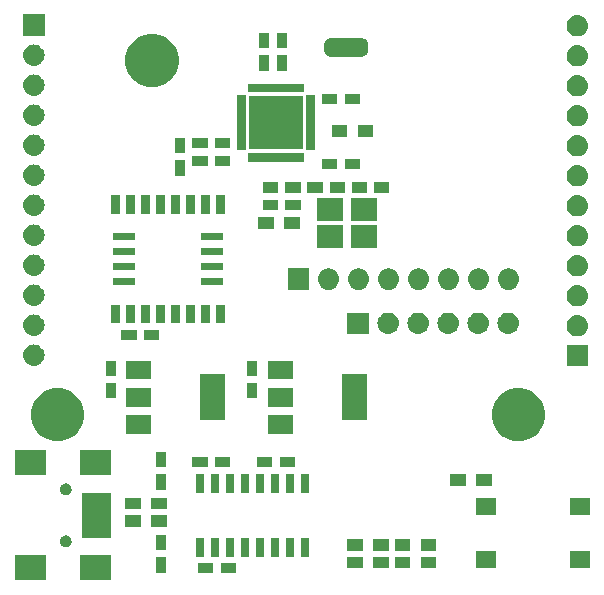
<source format=gbr>
G04 #@! TF.GenerationSoftware,KiCad,Pcbnew,5.1.2-f72e74a~84~ubuntu18.04.1*
G04 #@! TF.CreationDate,2019-07-30T17:12:06-04:00*
G04 #@! TF.ProjectId,fe310-dev,66653331-302d-4646-9576-2e6b69636164,rev?*
G04 #@! TF.SameCoordinates,Original*
G04 #@! TF.FileFunction,Soldermask,Top*
G04 #@! TF.FilePolarity,Negative*
%FSLAX46Y46*%
G04 Gerber Fmt 4.6, Leading zero omitted, Abs format (unit mm)*
G04 Created by KiCad (PCBNEW 5.1.2-f72e74a~84~ubuntu18.04.1) date 2019-07-30 17:12:06*
%MOMM*%
%LPD*%
G04 APERTURE LIST*
%ADD10C,0.100000*%
G04 APERTURE END LIST*
D10*
G36*
X28501000Y-64001000D02*
G01*
X25899000Y-64001000D01*
X25899000Y-61899000D01*
X28501000Y-61899000D01*
X28501000Y-64001000D01*
X28501000Y-64001000D01*
G37*
G36*
X23001000Y-64001000D02*
G01*
X20399000Y-64001000D01*
X20399000Y-61899000D01*
X23001000Y-61899000D01*
X23001000Y-64001000D01*
X23001000Y-64001000D01*
G37*
G36*
X37201000Y-63426000D02*
G01*
X35899000Y-63426000D01*
X35899000Y-62574000D01*
X37201000Y-62574000D01*
X37201000Y-63426000D01*
X37201000Y-63426000D01*
G37*
G36*
X39101000Y-63426000D02*
G01*
X37799000Y-63426000D01*
X37799000Y-62574000D01*
X39101000Y-62574000D01*
X39101000Y-63426000D01*
X39101000Y-63426000D01*
G37*
G36*
X33176000Y-63351000D02*
G01*
X32324000Y-63351000D01*
X32324000Y-62049000D01*
X33176000Y-62049000D01*
X33176000Y-63351000D01*
X33176000Y-63351000D01*
G37*
G36*
X52051000Y-63001000D02*
G01*
X50749000Y-63001000D01*
X50749000Y-61999000D01*
X52051000Y-61999000D01*
X52051000Y-63001000D01*
X52051000Y-63001000D01*
G37*
G36*
X49851000Y-63001000D02*
G01*
X48549000Y-63001000D01*
X48549000Y-61999000D01*
X49851000Y-61999000D01*
X49851000Y-63001000D01*
X49851000Y-63001000D01*
G37*
G36*
X53851000Y-63001000D02*
G01*
X52549000Y-63001000D01*
X52549000Y-61999000D01*
X53851000Y-61999000D01*
X53851000Y-63001000D01*
X53851000Y-63001000D01*
G37*
G36*
X56051000Y-63001000D02*
G01*
X54749000Y-63001000D01*
X54749000Y-61999000D01*
X56051000Y-61999000D01*
X56051000Y-63001000D01*
X56051000Y-63001000D01*
G37*
G36*
X69056000Y-62951000D02*
G01*
X67404000Y-62951000D01*
X67404000Y-61549000D01*
X69056000Y-61549000D01*
X69056000Y-62951000D01*
X69056000Y-62951000D01*
G37*
G36*
X61096000Y-62951000D02*
G01*
X59444000Y-62951000D01*
X59444000Y-61549000D01*
X61096000Y-61549000D01*
X61096000Y-62951000D01*
X61096000Y-62951000D01*
G37*
G36*
X38946000Y-62001000D02*
G01*
X38244000Y-62001000D01*
X38244000Y-60399000D01*
X38946000Y-60399000D01*
X38946000Y-62001000D01*
X38946000Y-62001000D01*
G37*
G36*
X36406000Y-62001000D02*
G01*
X35704000Y-62001000D01*
X35704000Y-60399000D01*
X36406000Y-60399000D01*
X36406000Y-62001000D01*
X36406000Y-62001000D01*
G37*
G36*
X37676000Y-62001000D02*
G01*
X36974000Y-62001000D01*
X36974000Y-60399000D01*
X37676000Y-60399000D01*
X37676000Y-62001000D01*
X37676000Y-62001000D01*
G37*
G36*
X40216000Y-62001000D02*
G01*
X39514000Y-62001000D01*
X39514000Y-60399000D01*
X40216000Y-60399000D01*
X40216000Y-62001000D01*
X40216000Y-62001000D01*
G37*
G36*
X41486000Y-62001000D02*
G01*
X40784000Y-62001000D01*
X40784000Y-60399000D01*
X41486000Y-60399000D01*
X41486000Y-62001000D01*
X41486000Y-62001000D01*
G37*
G36*
X44026000Y-62001000D02*
G01*
X43324000Y-62001000D01*
X43324000Y-60399000D01*
X44026000Y-60399000D01*
X44026000Y-62001000D01*
X44026000Y-62001000D01*
G37*
G36*
X45296000Y-62001000D02*
G01*
X44594000Y-62001000D01*
X44594000Y-60399000D01*
X45296000Y-60399000D01*
X45296000Y-62001000D01*
X45296000Y-62001000D01*
G37*
G36*
X42756000Y-62001000D02*
G01*
X42054000Y-62001000D01*
X42054000Y-60399000D01*
X42756000Y-60399000D01*
X42756000Y-62001000D01*
X42756000Y-62001000D01*
G37*
G36*
X53851000Y-61501000D02*
G01*
X52549000Y-61501000D01*
X52549000Y-60499000D01*
X53851000Y-60499000D01*
X53851000Y-61501000D01*
X53851000Y-61501000D01*
G37*
G36*
X49851000Y-61501000D02*
G01*
X48549000Y-61501000D01*
X48549000Y-60499000D01*
X49851000Y-60499000D01*
X49851000Y-61501000D01*
X49851000Y-61501000D01*
G37*
G36*
X52051000Y-61501000D02*
G01*
X50749000Y-61501000D01*
X50749000Y-60499000D01*
X52051000Y-60499000D01*
X52051000Y-61501000D01*
X52051000Y-61501000D01*
G37*
G36*
X56051000Y-61501000D02*
G01*
X54749000Y-61501000D01*
X54749000Y-60499000D01*
X56051000Y-60499000D01*
X56051000Y-61501000D01*
X56051000Y-61501000D01*
G37*
G36*
X33176000Y-61451000D02*
G01*
X32324000Y-61451000D01*
X32324000Y-60149000D01*
X33176000Y-60149000D01*
X33176000Y-61451000D01*
X33176000Y-61451000D01*
G37*
G36*
X24797740Y-60208626D02*
G01*
X24846136Y-60218253D01*
X24883902Y-60233896D01*
X24937311Y-60256019D01*
X24937312Y-60256020D01*
X25019369Y-60310848D01*
X25089152Y-60380631D01*
X25102762Y-60401000D01*
X25143981Y-60462689D01*
X25181747Y-60553865D01*
X25201000Y-60650655D01*
X25201000Y-60749345D01*
X25181747Y-60846135D01*
X25143981Y-60937311D01*
X25143980Y-60937312D01*
X25089152Y-61019369D01*
X25019369Y-61089152D01*
X24978062Y-61116752D01*
X24937311Y-61143981D01*
X24883902Y-61166104D01*
X24846136Y-61181747D01*
X24797740Y-61191374D01*
X24749345Y-61201000D01*
X24650655Y-61201000D01*
X24602260Y-61191374D01*
X24553864Y-61181747D01*
X24516098Y-61166104D01*
X24462689Y-61143981D01*
X24421938Y-61116752D01*
X24380631Y-61089152D01*
X24310848Y-61019369D01*
X24256020Y-60937312D01*
X24256019Y-60937311D01*
X24218253Y-60846135D01*
X24199000Y-60749345D01*
X24199000Y-60650655D01*
X24218253Y-60553865D01*
X24256019Y-60462689D01*
X24297238Y-60401000D01*
X24310848Y-60380631D01*
X24380631Y-60310848D01*
X24462688Y-60256020D01*
X24462689Y-60256019D01*
X24516098Y-60233896D01*
X24553864Y-60218253D01*
X24602260Y-60208626D01*
X24650655Y-60199000D01*
X24749345Y-60199000D01*
X24797740Y-60208626D01*
X24797740Y-60208626D01*
G37*
G36*
X28501000Y-60401000D02*
G01*
X26099000Y-60401000D01*
X26099000Y-56599000D01*
X28501000Y-56599000D01*
X28501000Y-60401000D01*
X28501000Y-60401000D01*
G37*
G36*
X31051000Y-59501000D02*
G01*
X29749000Y-59501000D01*
X29749000Y-58499000D01*
X31051000Y-58499000D01*
X31051000Y-59501000D01*
X31051000Y-59501000D01*
G37*
G36*
X33251000Y-59501000D02*
G01*
X31949000Y-59501000D01*
X31949000Y-58499000D01*
X33251000Y-58499000D01*
X33251000Y-59501000D01*
X33251000Y-59501000D01*
G37*
G36*
X69056000Y-58451000D02*
G01*
X67404000Y-58451000D01*
X67404000Y-57049000D01*
X69056000Y-57049000D01*
X69056000Y-58451000D01*
X69056000Y-58451000D01*
G37*
G36*
X61096000Y-58451000D02*
G01*
X59444000Y-58451000D01*
X59444000Y-57049000D01*
X61096000Y-57049000D01*
X61096000Y-58451000D01*
X61096000Y-58451000D01*
G37*
G36*
X31051000Y-58001000D02*
G01*
X29749000Y-58001000D01*
X29749000Y-56999000D01*
X31051000Y-56999000D01*
X31051000Y-58001000D01*
X31051000Y-58001000D01*
G37*
G36*
X33251000Y-58001000D02*
G01*
X31949000Y-58001000D01*
X31949000Y-56999000D01*
X33251000Y-56999000D01*
X33251000Y-58001000D01*
X33251000Y-58001000D01*
G37*
G36*
X24797740Y-55808627D02*
G01*
X24846136Y-55818253D01*
X24883902Y-55833896D01*
X24937311Y-55856019D01*
X24937312Y-55856020D01*
X25019369Y-55910848D01*
X25089152Y-55980631D01*
X25089153Y-55980633D01*
X25143981Y-56062689D01*
X25181747Y-56153865D01*
X25201000Y-56250655D01*
X25201000Y-56349345D01*
X25181747Y-56446135D01*
X25143981Y-56537311D01*
X25143980Y-56537312D01*
X25089152Y-56619369D01*
X25019369Y-56689152D01*
X24978062Y-56716752D01*
X24937311Y-56743981D01*
X24883902Y-56766104D01*
X24846136Y-56781747D01*
X24797740Y-56791373D01*
X24749345Y-56801000D01*
X24650655Y-56801000D01*
X24602260Y-56791373D01*
X24553864Y-56781747D01*
X24516098Y-56766104D01*
X24462689Y-56743981D01*
X24421938Y-56716752D01*
X24380631Y-56689152D01*
X24310848Y-56619369D01*
X24256020Y-56537312D01*
X24256019Y-56537311D01*
X24218253Y-56446135D01*
X24199000Y-56349345D01*
X24199000Y-56250655D01*
X24218253Y-56153865D01*
X24256019Y-56062689D01*
X24310847Y-55980633D01*
X24310848Y-55980631D01*
X24380631Y-55910848D01*
X24462688Y-55856020D01*
X24462689Y-55856019D01*
X24516098Y-55833896D01*
X24553864Y-55818253D01*
X24602260Y-55808627D01*
X24650655Y-55799000D01*
X24749345Y-55799000D01*
X24797740Y-55808627D01*
X24797740Y-55808627D01*
G37*
G36*
X41486000Y-56601000D02*
G01*
X40784000Y-56601000D01*
X40784000Y-54999000D01*
X41486000Y-54999000D01*
X41486000Y-56601000D01*
X41486000Y-56601000D01*
G37*
G36*
X42756000Y-56601000D02*
G01*
X42054000Y-56601000D01*
X42054000Y-54999000D01*
X42756000Y-54999000D01*
X42756000Y-56601000D01*
X42756000Y-56601000D01*
G37*
G36*
X36406000Y-56601000D02*
G01*
X35704000Y-56601000D01*
X35704000Y-54999000D01*
X36406000Y-54999000D01*
X36406000Y-56601000D01*
X36406000Y-56601000D01*
G37*
G36*
X37676000Y-56601000D02*
G01*
X36974000Y-56601000D01*
X36974000Y-54999000D01*
X37676000Y-54999000D01*
X37676000Y-56601000D01*
X37676000Y-56601000D01*
G37*
G36*
X38946000Y-56601000D02*
G01*
X38244000Y-56601000D01*
X38244000Y-54999000D01*
X38946000Y-54999000D01*
X38946000Y-56601000D01*
X38946000Y-56601000D01*
G37*
G36*
X40216000Y-56601000D02*
G01*
X39514000Y-56601000D01*
X39514000Y-54999000D01*
X40216000Y-54999000D01*
X40216000Y-56601000D01*
X40216000Y-56601000D01*
G37*
G36*
X44026000Y-56601000D02*
G01*
X43324000Y-56601000D01*
X43324000Y-54999000D01*
X44026000Y-54999000D01*
X44026000Y-56601000D01*
X44026000Y-56601000D01*
G37*
G36*
X45296000Y-56601000D02*
G01*
X44594000Y-56601000D01*
X44594000Y-54999000D01*
X45296000Y-54999000D01*
X45296000Y-56601000D01*
X45296000Y-56601000D01*
G37*
G36*
X33176000Y-56351000D02*
G01*
X32324000Y-56351000D01*
X32324000Y-55049000D01*
X33176000Y-55049000D01*
X33176000Y-56351000D01*
X33176000Y-56351000D01*
G37*
G36*
X60751000Y-56001000D02*
G01*
X59449000Y-56001000D01*
X59449000Y-54999000D01*
X60751000Y-54999000D01*
X60751000Y-56001000D01*
X60751000Y-56001000D01*
G37*
G36*
X58551000Y-56001000D02*
G01*
X57249000Y-56001000D01*
X57249000Y-54999000D01*
X58551000Y-54999000D01*
X58551000Y-56001000D01*
X58551000Y-56001000D01*
G37*
G36*
X23001000Y-55101000D02*
G01*
X20399000Y-55101000D01*
X20399000Y-52999000D01*
X23001000Y-52999000D01*
X23001000Y-55101000D01*
X23001000Y-55101000D01*
G37*
G36*
X28501000Y-55101000D02*
G01*
X25899000Y-55101000D01*
X25899000Y-52999000D01*
X28501000Y-52999000D01*
X28501000Y-55101000D01*
X28501000Y-55101000D01*
G37*
G36*
X33176000Y-54451000D02*
G01*
X32324000Y-54451000D01*
X32324000Y-53149000D01*
X33176000Y-53149000D01*
X33176000Y-54451000D01*
X33176000Y-54451000D01*
G37*
G36*
X42201000Y-54426000D02*
G01*
X40899000Y-54426000D01*
X40899000Y-53574000D01*
X42201000Y-53574000D01*
X42201000Y-54426000D01*
X42201000Y-54426000D01*
G37*
G36*
X36701000Y-54426000D02*
G01*
X35399000Y-54426000D01*
X35399000Y-53574000D01*
X36701000Y-53574000D01*
X36701000Y-54426000D01*
X36701000Y-54426000D01*
G37*
G36*
X38601000Y-54426000D02*
G01*
X37299000Y-54426000D01*
X37299000Y-53574000D01*
X38601000Y-53574000D01*
X38601000Y-54426000D01*
X38601000Y-54426000D01*
G37*
G36*
X44101000Y-54426000D02*
G01*
X42799000Y-54426000D01*
X42799000Y-53574000D01*
X44101000Y-53574000D01*
X44101000Y-54426000D01*
X44101000Y-54426000D01*
G37*
G36*
X24275880Y-47759776D02*
G01*
X24656593Y-47835504D01*
X25066249Y-48005189D01*
X25434929Y-48251534D01*
X25748466Y-48565071D01*
X25994811Y-48933751D01*
X26164496Y-49343407D01*
X26251000Y-49778296D01*
X26251000Y-50221704D01*
X26164496Y-50656593D01*
X25994811Y-51066249D01*
X25748466Y-51434929D01*
X25434929Y-51748466D01*
X25066249Y-51994811D01*
X24656593Y-52164496D01*
X24275880Y-52240224D01*
X24221705Y-52251000D01*
X23778295Y-52251000D01*
X23724120Y-52240224D01*
X23343407Y-52164496D01*
X22933751Y-51994811D01*
X22565071Y-51748466D01*
X22251534Y-51434929D01*
X22005189Y-51066249D01*
X21835504Y-50656593D01*
X21749000Y-50221704D01*
X21749000Y-49778296D01*
X21835504Y-49343407D01*
X22005189Y-48933751D01*
X22251534Y-48565071D01*
X22565071Y-48251534D01*
X22933751Y-48005189D01*
X23343407Y-47835504D01*
X23724120Y-47759776D01*
X23778295Y-47749000D01*
X24221705Y-47749000D01*
X24275880Y-47759776D01*
X24275880Y-47759776D01*
G37*
G36*
X63275880Y-47759776D02*
G01*
X63656593Y-47835504D01*
X64066249Y-48005189D01*
X64434929Y-48251534D01*
X64748466Y-48565071D01*
X64994811Y-48933751D01*
X65164496Y-49343407D01*
X65251000Y-49778296D01*
X65251000Y-50221704D01*
X65164496Y-50656593D01*
X64994811Y-51066249D01*
X64748466Y-51434929D01*
X64434929Y-51748466D01*
X64066249Y-51994811D01*
X63656593Y-52164496D01*
X63275880Y-52240224D01*
X63221705Y-52251000D01*
X62778295Y-52251000D01*
X62724120Y-52240224D01*
X62343407Y-52164496D01*
X61933751Y-51994811D01*
X61565071Y-51748466D01*
X61251534Y-51434929D01*
X61005189Y-51066249D01*
X60835504Y-50656593D01*
X60749000Y-50221704D01*
X60749000Y-49778296D01*
X60835504Y-49343407D01*
X61005189Y-48933751D01*
X61251534Y-48565071D01*
X61565071Y-48251534D01*
X61933751Y-48005189D01*
X62343407Y-47835504D01*
X62724120Y-47759776D01*
X62778295Y-47749000D01*
X63221705Y-47749000D01*
X63275880Y-47759776D01*
X63275880Y-47759776D01*
G37*
G36*
X31901000Y-51601000D02*
G01*
X29799000Y-51601000D01*
X29799000Y-49999000D01*
X31901000Y-49999000D01*
X31901000Y-51601000D01*
X31901000Y-51601000D01*
G37*
G36*
X43901000Y-51601000D02*
G01*
X41799000Y-51601000D01*
X41799000Y-49999000D01*
X43901000Y-49999000D01*
X43901000Y-51601000D01*
X43901000Y-51601000D01*
G37*
G36*
X38201000Y-50451000D02*
G01*
X36099000Y-50451000D01*
X36099000Y-46549000D01*
X38201000Y-46549000D01*
X38201000Y-50451000D01*
X38201000Y-50451000D01*
G37*
G36*
X50201000Y-50451000D02*
G01*
X48099000Y-50451000D01*
X48099000Y-46549000D01*
X50201000Y-46549000D01*
X50201000Y-50451000D01*
X50201000Y-50451000D01*
G37*
G36*
X43901000Y-49301000D02*
G01*
X41799000Y-49301000D01*
X41799000Y-47699000D01*
X43901000Y-47699000D01*
X43901000Y-49301000D01*
X43901000Y-49301000D01*
G37*
G36*
X31901000Y-49301000D02*
G01*
X29799000Y-49301000D01*
X29799000Y-47699000D01*
X31901000Y-47699000D01*
X31901000Y-49301000D01*
X31901000Y-49301000D01*
G37*
G36*
X28926000Y-48601000D02*
G01*
X28074000Y-48601000D01*
X28074000Y-47299000D01*
X28926000Y-47299000D01*
X28926000Y-48601000D01*
X28926000Y-48601000D01*
G37*
G36*
X40926000Y-48601000D02*
G01*
X40074000Y-48601000D01*
X40074000Y-47299000D01*
X40926000Y-47299000D01*
X40926000Y-48601000D01*
X40926000Y-48601000D01*
G37*
G36*
X31901000Y-47001000D02*
G01*
X29799000Y-47001000D01*
X29799000Y-45399000D01*
X31901000Y-45399000D01*
X31901000Y-47001000D01*
X31901000Y-47001000D01*
G37*
G36*
X43901000Y-47001000D02*
G01*
X41799000Y-47001000D01*
X41799000Y-45399000D01*
X43901000Y-45399000D01*
X43901000Y-47001000D01*
X43901000Y-47001000D01*
G37*
G36*
X40926000Y-46701000D02*
G01*
X40074000Y-46701000D01*
X40074000Y-45399000D01*
X40926000Y-45399000D01*
X40926000Y-46701000D01*
X40926000Y-46701000D01*
G37*
G36*
X28926000Y-46701000D02*
G01*
X28074000Y-46701000D01*
X28074000Y-45399000D01*
X28926000Y-45399000D01*
X28926000Y-46701000D01*
X28926000Y-46701000D01*
G37*
G36*
X68901000Y-45901000D02*
G01*
X67099000Y-45901000D01*
X67099000Y-44099000D01*
X68901000Y-44099000D01*
X68901000Y-45901000D01*
X68901000Y-45901000D01*
G37*
G36*
X22110443Y-44045519D02*
G01*
X22176627Y-44052037D01*
X22346466Y-44103557D01*
X22502991Y-44187222D01*
X22538729Y-44216552D01*
X22640186Y-44299814D01*
X22723448Y-44401271D01*
X22752778Y-44437009D01*
X22836443Y-44593534D01*
X22887963Y-44763373D01*
X22905359Y-44940000D01*
X22887963Y-45116627D01*
X22836443Y-45286466D01*
X22752778Y-45442991D01*
X22723448Y-45478729D01*
X22640186Y-45580186D01*
X22538729Y-45663448D01*
X22502991Y-45692778D01*
X22346466Y-45776443D01*
X22176627Y-45827963D01*
X22110442Y-45834482D01*
X22044260Y-45841000D01*
X21955740Y-45841000D01*
X21889558Y-45834482D01*
X21823373Y-45827963D01*
X21653534Y-45776443D01*
X21497009Y-45692778D01*
X21461271Y-45663448D01*
X21359814Y-45580186D01*
X21276552Y-45478729D01*
X21247222Y-45442991D01*
X21163557Y-45286466D01*
X21112037Y-45116627D01*
X21094641Y-44940000D01*
X21112037Y-44763373D01*
X21163557Y-44593534D01*
X21247222Y-44437009D01*
X21276552Y-44401271D01*
X21359814Y-44299814D01*
X21461271Y-44216552D01*
X21497009Y-44187222D01*
X21653534Y-44103557D01*
X21823373Y-44052037D01*
X21889557Y-44045519D01*
X21955740Y-44039000D01*
X22044260Y-44039000D01*
X22110443Y-44045519D01*
X22110443Y-44045519D01*
G37*
G36*
X30701000Y-43626000D02*
G01*
X29399000Y-43626000D01*
X29399000Y-42774000D01*
X30701000Y-42774000D01*
X30701000Y-43626000D01*
X30701000Y-43626000D01*
G37*
G36*
X32601000Y-43626000D02*
G01*
X31299000Y-43626000D01*
X31299000Y-42774000D01*
X32601000Y-42774000D01*
X32601000Y-43626000D01*
X32601000Y-43626000D01*
G37*
G36*
X68090527Y-41563557D02*
G01*
X68176627Y-41572037D01*
X68346466Y-41623557D01*
X68502991Y-41707222D01*
X68538729Y-41736552D01*
X68640186Y-41819814D01*
X68708892Y-41903534D01*
X68752778Y-41957009D01*
X68836443Y-42113534D01*
X68887963Y-42283373D01*
X68905359Y-42460000D01*
X68887963Y-42636627D01*
X68836443Y-42806466D01*
X68752778Y-42962991D01*
X68723448Y-42998729D01*
X68640186Y-43100186D01*
X68538729Y-43183448D01*
X68502991Y-43212778D01*
X68346466Y-43296443D01*
X68176627Y-43347963D01*
X68110443Y-43354481D01*
X68044260Y-43361000D01*
X67955740Y-43361000D01*
X67889557Y-43354481D01*
X67823373Y-43347963D01*
X67653534Y-43296443D01*
X67497009Y-43212778D01*
X67461271Y-43183448D01*
X67359814Y-43100186D01*
X67276552Y-42998729D01*
X67247222Y-42962991D01*
X67163557Y-42806466D01*
X67112037Y-42636627D01*
X67094641Y-42460000D01*
X67112037Y-42283373D01*
X67163557Y-42113534D01*
X67247222Y-41957009D01*
X67291108Y-41903534D01*
X67359814Y-41819814D01*
X67461271Y-41736552D01*
X67497009Y-41707222D01*
X67653534Y-41623557D01*
X67823373Y-41572037D01*
X67909473Y-41563557D01*
X67955740Y-41559000D01*
X68044260Y-41559000D01*
X68090527Y-41563557D01*
X68090527Y-41563557D01*
G37*
G36*
X22110443Y-41505519D02*
G01*
X22176627Y-41512037D01*
X22346466Y-41563557D01*
X22502991Y-41647222D01*
X22538729Y-41676552D01*
X22640186Y-41759814D01*
X22723448Y-41861271D01*
X22752778Y-41897009D01*
X22836443Y-42053534D01*
X22887963Y-42223373D01*
X22905359Y-42400000D01*
X22887963Y-42576627D01*
X22836443Y-42746466D01*
X22752778Y-42902991D01*
X22723448Y-42938729D01*
X22640186Y-43040186D01*
X22538729Y-43123448D01*
X22502991Y-43152778D01*
X22346466Y-43236443D01*
X22176627Y-43287963D01*
X22110443Y-43294481D01*
X22044260Y-43301000D01*
X21955740Y-43301000D01*
X21889557Y-43294481D01*
X21823373Y-43287963D01*
X21653534Y-43236443D01*
X21497009Y-43152778D01*
X21461271Y-43123448D01*
X21359814Y-43040186D01*
X21276552Y-42938729D01*
X21247222Y-42902991D01*
X21163557Y-42746466D01*
X21112037Y-42576627D01*
X21094641Y-42400000D01*
X21112037Y-42223373D01*
X21163557Y-42053534D01*
X21247222Y-41897009D01*
X21276552Y-41861271D01*
X21359814Y-41759814D01*
X21461271Y-41676552D01*
X21497009Y-41647222D01*
X21653534Y-41563557D01*
X21823373Y-41512037D01*
X21889557Y-41505519D01*
X21955740Y-41499000D01*
X22044260Y-41499000D01*
X22110443Y-41505519D01*
X22110443Y-41505519D01*
G37*
G36*
X50351000Y-43151000D02*
G01*
X48549000Y-43151000D01*
X48549000Y-41349000D01*
X50351000Y-41349000D01*
X50351000Y-43151000D01*
X50351000Y-43151000D01*
G37*
G36*
X52100442Y-41355518D02*
G01*
X52166627Y-41362037D01*
X52336466Y-41413557D01*
X52492991Y-41497222D01*
X52495157Y-41499000D01*
X52630186Y-41609814D01*
X52710125Y-41707221D01*
X52742778Y-41747009D01*
X52826443Y-41903534D01*
X52877963Y-42073373D01*
X52895359Y-42250000D01*
X52877963Y-42426627D01*
X52826443Y-42596466D01*
X52742778Y-42752991D01*
X52725536Y-42774000D01*
X52630186Y-42890186D01*
X52528729Y-42973448D01*
X52492991Y-43002778D01*
X52336466Y-43086443D01*
X52166627Y-43137963D01*
X52100442Y-43144482D01*
X52034260Y-43151000D01*
X51945740Y-43151000D01*
X51879558Y-43144482D01*
X51813373Y-43137963D01*
X51643534Y-43086443D01*
X51487009Y-43002778D01*
X51451271Y-42973448D01*
X51349814Y-42890186D01*
X51254464Y-42774000D01*
X51237222Y-42752991D01*
X51153557Y-42596466D01*
X51102037Y-42426627D01*
X51084641Y-42250000D01*
X51102037Y-42073373D01*
X51153557Y-41903534D01*
X51237222Y-41747009D01*
X51269875Y-41707221D01*
X51349814Y-41609814D01*
X51484843Y-41499000D01*
X51487009Y-41497222D01*
X51643534Y-41413557D01*
X51813373Y-41362037D01*
X51879558Y-41355518D01*
X51945740Y-41349000D01*
X52034260Y-41349000D01*
X52100442Y-41355518D01*
X52100442Y-41355518D01*
G37*
G36*
X54640442Y-41355518D02*
G01*
X54706627Y-41362037D01*
X54876466Y-41413557D01*
X55032991Y-41497222D01*
X55035157Y-41499000D01*
X55170186Y-41609814D01*
X55250125Y-41707221D01*
X55282778Y-41747009D01*
X55366443Y-41903534D01*
X55417963Y-42073373D01*
X55435359Y-42250000D01*
X55417963Y-42426627D01*
X55366443Y-42596466D01*
X55282778Y-42752991D01*
X55265536Y-42774000D01*
X55170186Y-42890186D01*
X55068729Y-42973448D01*
X55032991Y-43002778D01*
X54876466Y-43086443D01*
X54706627Y-43137963D01*
X54640442Y-43144482D01*
X54574260Y-43151000D01*
X54485740Y-43151000D01*
X54419558Y-43144482D01*
X54353373Y-43137963D01*
X54183534Y-43086443D01*
X54027009Y-43002778D01*
X53991271Y-42973448D01*
X53889814Y-42890186D01*
X53794464Y-42774000D01*
X53777222Y-42752991D01*
X53693557Y-42596466D01*
X53642037Y-42426627D01*
X53624641Y-42250000D01*
X53642037Y-42073373D01*
X53693557Y-41903534D01*
X53777222Y-41747009D01*
X53809875Y-41707221D01*
X53889814Y-41609814D01*
X54024843Y-41499000D01*
X54027009Y-41497222D01*
X54183534Y-41413557D01*
X54353373Y-41362037D01*
X54419558Y-41355518D01*
X54485740Y-41349000D01*
X54574260Y-41349000D01*
X54640442Y-41355518D01*
X54640442Y-41355518D01*
G37*
G36*
X57180442Y-41355518D02*
G01*
X57246627Y-41362037D01*
X57416466Y-41413557D01*
X57572991Y-41497222D01*
X57575157Y-41499000D01*
X57710186Y-41609814D01*
X57790125Y-41707221D01*
X57822778Y-41747009D01*
X57906443Y-41903534D01*
X57957963Y-42073373D01*
X57975359Y-42250000D01*
X57957963Y-42426627D01*
X57906443Y-42596466D01*
X57822778Y-42752991D01*
X57805536Y-42774000D01*
X57710186Y-42890186D01*
X57608729Y-42973448D01*
X57572991Y-43002778D01*
X57416466Y-43086443D01*
X57246627Y-43137963D01*
X57180442Y-43144482D01*
X57114260Y-43151000D01*
X57025740Y-43151000D01*
X56959558Y-43144482D01*
X56893373Y-43137963D01*
X56723534Y-43086443D01*
X56567009Y-43002778D01*
X56531271Y-42973448D01*
X56429814Y-42890186D01*
X56334464Y-42774000D01*
X56317222Y-42752991D01*
X56233557Y-42596466D01*
X56182037Y-42426627D01*
X56164641Y-42250000D01*
X56182037Y-42073373D01*
X56233557Y-41903534D01*
X56317222Y-41747009D01*
X56349875Y-41707221D01*
X56429814Y-41609814D01*
X56564843Y-41499000D01*
X56567009Y-41497222D01*
X56723534Y-41413557D01*
X56893373Y-41362037D01*
X56959558Y-41355518D01*
X57025740Y-41349000D01*
X57114260Y-41349000D01*
X57180442Y-41355518D01*
X57180442Y-41355518D01*
G37*
G36*
X59720442Y-41355518D02*
G01*
X59786627Y-41362037D01*
X59956466Y-41413557D01*
X60112991Y-41497222D01*
X60115157Y-41499000D01*
X60250186Y-41609814D01*
X60330125Y-41707221D01*
X60362778Y-41747009D01*
X60446443Y-41903534D01*
X60497963Y-42073373D01*
X60515359Y-42250000D01*
X60497963Y-42426627D01*
X60446443Y-42596466D01*
X60362778Y-42752991D01*
X60345536Y-42774000D01*
X60250186Y-42890186D01*
X60148729Y-42973448D01*
X60112991Y-43002778D01*
X59956466Y-43086443D01*
X59786627Y-43137963D01*
X59720442Y-43144482D01*
X59654260Y-43151000D01*
X59565740Y-43151000D01*
X59499558Y-43144482D01*
X59433373Y-43137963D01*
X59263534Y-43086443D01*
X59107009Y-43002778D01*
X59071271Y-42973448D01*
X58969814Y-42890186D01*
X58874464Y-42774000D01*
X58857222Y-42752991D01*
X58773557Y-42596466D01*
X58722037Y-42426627D01*
X58704641Y-42250000D01*
X58722037Y-42073373D01*
X58773557Y-41903534D01*
X58857222Y-41747009D01*
X58889875Y-41707221D01*
X58969814Y-41609814D01*
X59104843Y-41499000D01*
X59107009Y-41497222D01*
X59263534Y-41413557D01*
X59433373Y-41362037D01*
X59499558Y-41355518D01*
X59565740Y-41349000D01*
X59654260Y-41349000D01*
X59720442Y-41355518D01*
X59720442Y-41355518D01*
G37*
G36*
X62260442Y-41355518D02*
G01*
X62326627Y-41362037D01*
X62496466Y-41413557D01*
X62652991Y-41497222D01*
X62655157Y-41499000D01*
X62790186Y-41609814D01*
X62870125Y-41707221D01*
X62902778Y-41747009D01*
X62986443Y-41903534D01*
X63037963Y-42073373D01*
X63055359Y-42250000D01*
X63037963Y-42426627D01*
X62986443Y-42596466D01*
X62902778Y-42752991D01*
X62885536Y-42774000D01*
X62790186Y-42890186D01*
X62688729Y-42973448D01*
X62652991Y-43002778D01*
X62496466Y-43086443D01*
X62326627Y-43137963D01*
X62260442Y-43144482D01*
X62194260Y-43151000D01*
X62105740Y-43151000D01*
X62039558Y-43144482D01*
X61973373Y-43137963D01*
X61803534Y-43086443D01*
X61647009Y-43002778D01*
X61611271Y-42973448D01*
X61509814Y-42890186D01*
X61414464Y-42774000D01*
X61397222Y-42752991D01*
X61313557Y-42596466D01*
X61262037Y-42426627D01*
X61244641Y-42250000D01*
X61262037Y-42073373D01*
X61313557Y-41903534D01*
X61397222Y-41747009D01*
X61429875Y-41707221D01*
X61509814Y-41609814D01*
X61644843Y-41499000D01*
X61647009Y-41497222D01*
X61803534Y-41413557D01*
X61973373Y-41362037D01*
X62039558Y-41355518D01*
X62105740Y-41349000D01*
X62194260Y-41349000D01*
X62260442Y-41355518D01*
X62260442Y-41355518D01*
G37*
G36*
X36880297Y-42260920D02*
G01*
X36178297Y-42260920D01*
X36178297Y-40658920D01*
X36880297Y-40658920D01*
X36880297Y-42260920D01*
X36880297Y-42260920D01*
G37*
G36*
X35610297Y-42260920D02*
G01*
X34908297Y-42260920D01*
X34908297Y-40658920D01*
X35610297Y-40658920D01*
X35610297Y-42260920D01*
X35610297Y-42260920D01*
G37*
G36*
X34340297Y-42260920D02*
G01*
X33638297Y-42260920D01*
X33638297Y-40658920D01*
X34340297Y-40658920D01*
X34340297Y-42260920D01*
X34340297Y-42260920D01*
G37*
G36*
X33070297Y-42260920D02*
G01*
X32368297Y-42260920D01*
X32368297Y-40658920D01*
X33070297Y-40658920D01*
X33070297Y-42260920D01*
X33070297Y-42260920D01*
G37*
G36*
X31800297Y-42260920D02*
G01*
X31098297Y-42260920D01*
X31098297Y-40658920D01*
X31800297Y-40658920D01*
X31800297Y-42260920D01*
X31800297Y-42260920D01*
G37*
G36*
X30530297Y-42260920D02*
G01*
X29828297Y-42260920D01*
X29828297Y-40658920D01*
X30530297Y-40658920D01*
X30530297Y-42260920D01*
X30530297Y-42260920D01*
G37*
G36*
X29260297Y-42260920D02*
G01*
X28558297Y-42260920D01*
X28558297Y-40658920D01*
X29260297Y-40658920D01*
X29260297Y-42260920D01*
X29260297Y-42260920D01*
G37*
G36*
X38150297Y-42260920D02*
G01*
X37448297Y-42260920D01*
X37448297Y-40658920D01*
X38150297Y-40658920D01*
X38150297Y-42260920D01*
X38150297Y-42260920D01*
G37*
G36*
X68090527Y-39023557D02*
G01*
X68176627Y-39032037D01*
X68346466Y-39083557D01*
X68502991Y-39167222D01*
X68538729Y-39196552D01*
X68640186Y-39279814D01*
X68703537Y-39357009D01*
X68752778Y-39417009D01*
X68836443Y-39573534D01*
X68887963Y-39743373D01*
X68905359Y-39920000D01*
X68887963Y-40096627D01*
X68836443Y-40266466D01*
X68752778Y-40422991D01*
X68723448Y-40458729D01*
X68640186Y-40560186D01*
X68538729Y-40643448D01*
X68502991Y-40672778D01*
X68346466Y-40756443D01*
X68176627Y-40807963D01*
X68110443Y-40814481D01*
X68044260Y-40821000D01*
X67955740Y-40821000D01*
X67889557Y-40814481D01*
X67823373Y-40807963D01*
X67653534Y-40756443D01*
X67497009Y-40672778D01*
X67461271Y-40643448D01*
X67359814Y-40560186D01*
X67276552Y-40458729D01*
X67247222Y-40422991D01*
X67163557Y-40266466D01*
X67112037Y-40096627D01*
X67094641Y-39920000D01*
X67112037Y-39743373D01*
X67163557Y-39573534D01*
X67247222Y-39417009D01*
X67296463Y-39357009D01*
X67359814Y-39279814D01*
X67461271Y-39196552D01*
X67497009Y-39167222D01*
X67653534Y-39083557D01*
X67823373Y-39032037D01*
X67909473Y-39023557D01*
X67955740Y-39019000D01*
X68044260Y-39019000D01*
X68090527Y-39023557D01*
X68090527Y-39023557D01*
G37*
G36*
X22110443Y-38965519D02*
G01*
X22176627Y-38972037D01*
X22346466Y-39023557D01*
X22502991Y-39107222D01*
X22538729Y-39136552D01*
X22640186Y-39219814D01*
X22723448Y-39321271D01*
X22752778Y-39357009D01*
X22836443Y-39513534D01*
X22887963Y-39683373D01*
X22905359Y-39860000D01*
X22887963Y-40036627D01*
X22836443Y-40206466D01*
X22752778Y-40362991D01*
X22723448Y-40398729D01*
X22640186Y-40500186D01*
X22538729Y-40583448D01*
X22502991Y-40612778D01*
X22346466Y-40696443D01*
X22176627Y-40747963D01*
X22110443Y-40754481D01*
X22044260Y-40761000D01*
X21955740Y-40761000D01*
X21889557Y-40754481D01*
X21823373Y-40747963D01*
X21653534Y-40696443D01*
X21497009Y-40612778D01*
X21461271Y-40583448D01*
X21359814Y-40500186D01*
X21276552Y-40398729D01*
X21247222Y-40362991D01*
X21163557Y-40206466D01*
X21112037Y-40036627D01*
X21094641Y-39860000D01*
X21112037Y-39683373D01*
X21163557Y-39513534D01*
X21247222Y-39357009D01*
X21276552Y-39321271D01*
X21359814Y-39219814D01*
X21461271Y-39136552D01*
X21497009Y-39107222D01*
X21653534Y-39023557D01*
X21823373Y-38972037D01*
X21889557Y-38965519D01*
X21955740Y-38959000D01*
X22044260Y-38959000D01*
X22110443Y-38965519D01*
X22110443Y-38965519D01*
G37*
G36*
X54670443Y-37605519D02*
G01*
X54736627Y-37612037D01*
X54906466Y-37663557D01*
X55062991Y-37747222D01*
X55091867Y-37770920D01*
X55200186Y-37859814D01*
X55282557Y-37960185D01*
X55312778Y-37997009D01*
X55396443Y-38153534D01*
X55447963Y-38323373D01*
X55465359Y-38500000D01*
X55447963Y-38676627D01*
X55396443Y-38846466D01*
X55312778Y-39002991D01*
X55295900Y-39023557D01*
X55200186Y-39140186D01*
X55103156Y-39219815D01*
X55062991Y-39252778D01*
X54906466Y-39336443D01*
X54736627Y-39387963D01*
X54670443Y-39394481D01*
X54604260Y-39401000D01*
X54515740Y-39401000D01*
X54449557Y-39394481D01*
X54383373Y-39387963D01*
X54213534Y-39336443D01*
X54057009Y-39252778D01*
X54016844Y-39219815D01*
X53919814Y-39140186D01*
X53824100Y-39023557D01*
X53807222Y-39002991D01*
X53723557Y-38846466D01*
X53672037Y-38676627D01*
X53654641Y-38500000D01*
X53672037Y-38323373D01*
X53723557Y-38153534D01*
X53807222Y-37997009D01*
X53837443Y-37960185D01*
X53919814Y-37859814D01*
X54028133Y-37770920D01*
X54057009Y-37747222D01*
X54213534Y-37663557D01*
X54383373Y-37612037D01*
X54449557Y-37605519D01*
X54515740Y-37599000D01*
X54604260Y-37599000D01*
X54670443Y-37605519D01*
X54670443Y-37605519D01*
G37*
G36*
X45301000Y-39401000D02*
G01*
X43499000Y-39401000D01*
X43499000Y-37599000D01*
X45301000Y-37599000D01*
X45301000Y-39401000D01*
X45301000Y-39401000D01*
G37*
G36*
X47050443Y-37605519D02*
G01*
X47116627Y-37612037D01*
X47286466Y-37663557D01*
X47442991Y-37747222D01*
X47471867Y-37770920D01*
X47580186Y-37859814D01*
X47662557Y-37960185D01*
X47692778Y-37997009D01*
X47776443Y-38153534D01*
X47827963Y-38323373D01*
X47845359Y-38500000D01*
X47827963Y-38676627D01*
X47776443Y-38846466D01*
X47692778Y-39002991D01*
X47675900Y-39023557D01*
X47580186Y-39140186D01*
X47483156Y-39219815D01*
X47442991Y-39252778D01*
X47286466Y-39336443D01*
X47116627Y-39387963D01*
X47050443Y-39394481D01*
X46984260Y-39401000D01*
X46895740Y-39401000D01*
X46829557Y-39394481D01*
X46763373Y-39387963D01*
X46593534Y-39336443D01*
X46437009Y-39252778D01*
X46396844Y-39219815D01*
X46299814Y-39140186D01*
X46204100Y-39023557D01*
X46187222Y-39002991D01*
X46103557Y-38846466D01*
X46052037Y-38676627D01*
X46034641Y-38500000D01*
X46052037Y-38323373D01*
X46103557Y-38153534D01*
X46187222Y-37997009D01*
X46217443Y-37960185D01*
X46299814Y-37859814D01*
X46408133Y-37770920D01*
X46437009Y-37747222D01*
X46593534Y-37663557D01*
X46763373Y-37612037D01*
X46829557Y-37605519D01*
X46895740Y-37599000D01*
X46984260Y-37599000D01*
X47050443Y-37605519D01*
X47050443Y-37605519D01*
G37*
G36*
X49590443Y-37605519D02*
G01*
X49656627Y-37612037D01*
X49826466Y-37663557D01*
X49982991Y-37747222D01*
X50011867Y-37770920D01*
X50120186Y-37859814D01*
X50202557Y-37960185D01*
X50232778Y-37997009D01*
X50316443Y-38153534D01*
X50367963Y-38323373D01*
X50385359Y-38500000D01*
X50367963Y-38676627D01*
X50316443Y-38846466D01*
X50232778Y-39002991D01*
X50215900Y-39023557D01*
X50120186Y-39140186D01*
X50023156Y-39219815D01*
X49982991Y-39252778D01*
X49826466Y-39336443D01*
X49656627Y-39387963D01*
X49590443Y-39394481D01*
X49524260Y-39401000D01*
X49435740Y-39401000D01*
X49369557Y-39394481D01*
X49303373Y-39387963D01*
X49133534Y-39336443D01*
X48977009Y-39252778D01*
X48936844Y-39219815D01*
X48839814Y-39140186D01*
X48744100Y-39023557D01*
X48727222Y-39002991D01*
X48643557Y-38846466D01*
X48592037Y-38676627D01*
X48574641Y-38500000D01*
X48592037Y-38323373D01*
X48643557Y-38153534D01*
X48727222Y-37997009D01*
X48757443Y-37960185D01*
X48839814Y-37859814D01*
X48948133Y-37770920D01*
X48977009Y-37747222D01*
X49133534Y-37663557D01*
X49303373Y-37612037D01*
X49369557Y-37605519D01*
X49435740Y-37599000D01*
X49524260Y-37599000D01*
X49590443Y-37605519D01*
X49590443Y-37605519D01*
G37*
G36*
X57210443Y-37605519D02*
G01*
X57276627Y-37612037D01*
X57446466Y-37663557D01*
X57602991Y-37747222D01*
X57631867Y-37770920D01*
X57740186Y-37859814D01*
X57822557Y-37960185D01*
X57852778Y-37997009D01*
X57936443Y-38153534D01*
X57987963Y-38323373D01*
X58005359Y-38500000D01*
X57987963Y-38676627D01*
X57936443Y-38846466D01*
X57852778Y-39002991D01*
X57835900Y-39023557D01*
X57740186Y-39140186D01*
X57643156Y-39219815D01*
X57602991Y-39252778D01*
X57446466Y-39336443D01*
X57276627Y-39387963D01*
X57210443Y-39394481D01*
X57144260Y-39401000D01*
X57055740Y-39401000D01*
X56989557Y-39394481D01*
X56923373Y-39387963D01*
X56753534Y-39336443D01*
X56597009Y-39252778D01*
X56556844Y-39219815D01*
X56459814Y-39140186D01*
X56364100Y-39023557D01*
X56347222Y-39002991D01*
X56263557Y-38846466D01*
X56212037Y-38676627D01*
X56194641Y-38500000D01*
X56212037Y-38323373D01*
X56263557Y-38153534D01*
X56347222Y-37997009D01*
X56377443Y-37960185D01*
X56459814Y-37859814D01*
X56568133Y-37770920D01*
X56597009Y-37747222D01*
X56753534Y-37663557D01*
X56923373Y-37612037D01*
X56989557Y-37605519D01*
X57055740Y-37599000D01*
X57144260Y-37599000D01*
X57210443Y-37605519D01*
X57210443Y-37605519D01*
G37*
G36*
X52130443Y-37605519D02*
G01*
X52196627Y-37612037D01*
X52366466Y-37663557D01*
X52522991Y-37747222D01*
X52551867Y-37770920D01*
X52660186Y-37859814D01*
X52742557Y-37960185D01*
X52772778Y-37997009D01*
X52856443Y-38153534D01*
X52907963Y-38323373D01*
X52925359Y-38500000D01*
X52907963Y-38676627D01*
X52856443Y-38846466D01*
X52772778Y-39002991D01*
X52755900Y-39023557D01*
X52660186Y-39140186D01*
X52563156Y-39219815D01*
X52522991Y-39252778D01*
X52366466Y-39336443D01*
X52196627Y-39387963D01*
X52130443Y-39394481D01*
X52064260Y-39401000D01*
X51975740Y-39401000D01*
X51909557Y-39394481D01*
X51843373Y-39387963D01*
X51673534Y-39336443D01*
X51517009Y-39252778D01*
X51476844Y-39219815D01*
X51379814Y-39140186D01*
X51284100Y-39023557D01*
X51267222Y-39002991D01*
X51183557Y-38846466D01*
X51132037Y-38676627D01*
X51114641Y-38500000D01*
X51132037Y-38323373D01*
X51183557Y-38153534D01*
X51267222Y-37997009D01*
X51297443Y-37960185D01*
X51379814Y-37859814D01*
X51488133Y-37770920D01*
X51517009Y-37747222D01*
X51673534Y-37663557D01*
X51843373Y-37612037D01*
X51909557Y-37605519D01*
X51975740Y-37599000D01*
X52064260Y-37599000D01*
X52130443Y-37605519D01*
X52130443Y-37605519D01*
G37*
G36*
X62290443Y-37605519D02*
G01*
X62356627Y-37612037D01*
X62526466Y-37663557D01*
X62682991Y-37747222D01*
X62711867Y-37770920D01*
X62820186Y-37859814D01*
X62902557Y-37960185D01*
X62932778Y-37997009D01*
X63016443Y-38153534D01*
X63067963Y-38323373D01*
X63085359Y-38500000D01*
X63067963Y-38676627D01*
X63016443Y-38846466D01*
X62932778Y-39002991D01*
X62915900Y-39023557D01*
X62820186Y-39140186D01*
X62723156Y-39219815D01*
X62682991Y-39252778D01*
X62526466Y-39336443D01*
X62356627Y-39387963D01*
X62290443Y-39394481D01*
X62224260Y-39401000D01*
X62135740Y-39401000D01*
X62069557Y-39394481D01*
X62003373Y-39387963D01*
X61833534Y-39336443D01*
X61677009Y-39252778D01*
X61636844Y-39219815D01*
X61539814Y-39140186D01*
X61444100Y-39023557D01*
X61427222Y-39002991D01*
X61343557Y-38846466D01*
X61292037Y-38676627D01*
X61274641Y-38500000D01*
X61292037Y-38323373D01*
X61343557Y-38153534D01*
X61427222Y-37997009D01*
X61457443Y-37960185D01*
X61539814Y-37859814D01*
X61648133Y-37770920D01*
X61677009Y-37747222D01*
X61833534Y-37663557D01*
X62003373Y-37612037D01*
X62069557Y-37605519D01*
X62135740Y-37599000D01*
X62224260Y-37599000D01*
X62290443Y-37605519D01*
X62290443Y-37605519D01*
G37*
G36*
X59750443Y-37605519D02*
G01*
X59816627Y-37612037D01*
X59986466Y-37663557D01*
X60142991Y-37747222D01*
X60171867Y-37770920D01*
X60280186Y-37859814D01*
X60362557Y-37960185D01*
X60392778Y-37997009D01*
X60476443Y-38153534D01*
X60527963Y-38323373D01*
X60545359Y-38500000D01*
X60527963Y-38676627D01*
X60476443Y-38846466D01*
X60392778Y-39002991D01*
X60375900Y-39023557D01*
X60280186Y-39140186D01*
X60183156Y-39219815D01*
X60142991Y-39252778D01*
X59986466Y-39336443D01*
X59816627Y-39387963D01*
X59750443Y-39394481D01*
X59684260Y-39401000D01*
X59595740Y-39401000D01*
X59529557Y-39394481D01*
X59463373Y-39387963D01*
X59293534Y-39336443D01*
X59137009Y-39252778D01*
X59096844Y-39219815D01*
X58999814Y-39140186D01*
X58904100Y-39023557D01*
X58887222Y-39002991D01*
X58803557Y-38846466D01*
X58752037Y-38676627D01*
X58734641Y-38500000D01*
X58752037Y-38323373D01*
X58803557Y-38153534D01*
X58887222Y-37997009D01*
X58917443Y-37960185D01*
X58999814Y-37859814D01*
X59108133Y-37770920D01*
X59137009Y-37747222D01*
X59293534Y-37663557D01*
X59463373Y-37612037D01*
X59529557Y-37605519D01*
X59595740Y-37599000D01*
X59684260Y-37599000D01*
X59750443Y-37605519D01*
X59750443Y-37605519D01*
G37*
G36*
X37980297Y-39040920D02*
G01*
X36128297Y-39040920D01*
X36128297Y-38388920D01*
X37980297Y-38388920D01*
X37980297Y-39040920D01*
X37980297Y-39040920D01*
G37*
G36*
X30580297Y-39040920D02*
G01*
X28728297Y-39040920D01*
X28728297Y-38388920D01*
X30580297Y-38388920D01*
X30580297Y-39040920D01*
X30580297Y-39040920D01*
G37*
G36*
X68090527Y-36483557D02*
G01*
X68176627Y-36492037D01*
X68346466Y-36543557D01*
X68502991Y-36627222D01*
X68538729Y-36656552D01*
X68640186Y-36739814D01*
X68703537Y-36817009D01*
X68752778Y-36877009D01*
X68836443Y-37033534D01*
X68887963Y-37203373D01*
X68905359Y-37380000D01*
X68887963Y-37556627D01*
X68836443Y-37726466D01*
X68752778Y-37882991D01*
X68723448Y-37918729D01*
X68640186Y-38020186D01*
X68538729Y-38103448D01*
X68502991Y-38132778D01*
X68346466Y-38216443D01*
X68176627Y-38267963D01*
X68110443Y-38274481D01*
X68044260Y-38281000D01*
X67955740Y-38281000D01*
X67889557Y-38274481D01*
X67823373Y-38267963D01*
X67653534Y-38216443D01*
X67497009Y-38132778D01*
X67461271Y-38103448D01*
X67359814Y-38020186D01*
X67276552Y-37918729D01*
X67247222Y-37882991D01*
X67163557Y-37726466D01*
X67112037Y-37556627D01*
X67094641Y-37380000D01*
X67112037Y-37203373D01*
X67163557Y-37033534D01*
X67247222Y-36877009D01*
X67296463Y-36817009D01*
X67359814Y-36739814D01*
X67461271Y-36656552D01*
X67497009Y-36627222D01*
X67653534Y-36543557D01*
X67823373Y-36492037D01*
X67909473Y-36483557D01*
X67955740Y-36479000D01*
X68044260Y-36479000D01*
X68090527Y-36483557D01*
X68090527Y-36483557D01*
G37*
G36*
X22110443Y-36425519D02*
G01*
X22176627Y-36432037D01*
X22346466Y-36483557D01*
X22502991Y-36567222D01*
X22538729Y-36596552D01*
X22640186Y-36679814D01*
X22723448Y-36781271D01*
X22752778Y-36817009D01*
X22836443Y-36973534D01*
X22887963Y-37143373D01*
X22905359Y-37320000D01*
X22887963Y-37496627D01*
X22836443Y-37666466D01*
X22752778Y-37822991D01*
X22723448Y-37858729D01*
X22640186Y-37960186D01*
X22538729Y-38043448D01*
X22502991Y-38072778D01*
X22346466Y-38156443D01*
X22176627Y-38207963D01*
X22110443Y-38214481D01*
X22044260Y-38221000D01*
X21955740Y-38221000D01*
X21889557Y-38214481D01*
X21823373Y-38207963D01*
X21653534Y-38156443D01*
X21497009Y-38072778D01*
X21461271Y-38043448D01*
X21359814Y-37960186D01*
X21276552Y-37858729D01*
X21247222Y-37822991D01*
X21163557Y-37666466D01*
X21112037Y-37496627D01*
X21094641Y-37320000D01*
X21112037Y-37143373D01*
X21163557Y-36973534D01*
X21247222Y-36817009D01*
X21276552Y-36781271D01*
X21359814Y-36679814D01*
X21461271Y-36596552D01*
X21497009Y-36567222D01*
X21653534Y-36483557D01*
X21823373Y-36432037D01*
X21889557Y-36425519D01*
X21955740Y-36419000D01*
X22044260Y-36419000D01*
X22110443Y-36425519D01*
X22110443Y-36425519D01*
G37*
G36*
X30580297Y-37770920D02*
G01*
X28728297Y-37770920D01*
X28728297Y-37118920D01*
X30580297Y-37118920D01*
X30580297Y-37770920D01*
X30580297Y-37770920D01*
G37*
G36*
X37980297Y-37770920D02*
G01*
X36128297Y-37770920D01*
X36128297Y-37118920D01*
X37980297Y-37118920D01*
X37980297Y-37770920D01*
X37980297Y-37770920D01*
G37*
G36*
X37980297Y-36500920D02*
G01*
X36128297Y-36500920D01*
X36128297Y-35848920D01*
X37980297Y-35848920D01*
X37980297Y-36500920D01*
X37980297Y-36500920D01*
G37*
G36*
X30580297Y-36500920D02*
G01*
X28728297Y-36500920D01*
X28728297Y-35848920D01*
X30580297Y-35848920D01*
X30580297Y-36500920D01*
X30580297Y-36500920D01*
G37*
G36*
X48151000Y-35851000D02*
G01*
X45949000Y-35851000D01*
X45949000Y-33949000D01*
X48151000Y-33949000D01*
X48151000Y-35851000D01*
X48151000Y-35851000D01*
G37*
G36*
X51051000Y-35851000D02*
G01*
X48849000Y-35851000D01*
X48849000Y-33949000D01*
X51051000Y-33949000D01*
X51051000Y-35851000D01*
X51051000Y-35851000D01*
G37*
G36*
X68090527Y-33943557D02*
G01*
X68176627Y-33952037D01*
X68346466Y-34003557D01*
X68502991Y-34087222D01*
X68538729Y-34116552D01*
X68640186Y-34199814D01*
X68703537Y-34277009D01*
X68752778Y-34337009D01*
X68836443Y-34493534D01*
X68887963Y-34663373D01*
X68905359Y-34840000D01*
X68887963Y-35016627D01*
X68836443Y-35186466D01*
X68752778Y-35342991D01*
X68723448Y-35378729D01*
X68640186Y-35480186D01*
X68538729Y-35563448D01*
X68502991Y-35592778D01*
X68346466Y-35676443D01*
X68176627Y-35727963D01*
X68110443Y-35734481D01*
X68044260Y-35741000D01*
X67955740Y-35741000D01*
X67889557Y-35734481D01*
X67823373Y-35727963D01*
X67653534Y-35676443D01*
X67497009Y-35592778D01*
X67461271Y-35563448D01*
X67359814Y-35480186D01*
X67276552Y-35378729D01*
X67247222Y-35342991D01*
X67163557Y-35186466D01*
X67112037Y-35016627D01*
X67094641Y-34840000D01*
X67112037Y-34663373D01*
X67163557Y-34493534D01*
X67247222Y-34337009D01*
X67296463Y-34277009D01*
X67359814Y-34199814D01*
X67461271Y-34116552D01*
X67497009Y-34087222D01*
X67653534Y-34003557D01*
X67823373Y-33952037D01*
X67909473Y-33943557D01*
X67955740Y-33939000D01*
X68044260Y-33939000D01*
X68090527Y-33943557D01*
X68090527Y-33943557D01*
G37*
G36*
X22110442Y-33885518D02*
G01*
X22176627Y-33892037D01*
X22346466Y-33943557D01*
X22502991Y-34027222D01*
X22538729Y-34056552D01*
X22640186Y-34139814D01*
X22723448Y-34241271D01*
X22752778Y-34277009D01*
X22836443Y-34433534D01*
X22887963Y-34603373D01*
X22905359Y-34780000D01*
X22887963Y-34956627D01*
X22836443Y-35126466D01*
X22752778Y-35282991D01*
X22723448Y-35318729D01*
X22640186Y-35420186D01*
X22538729Y-35503448D01*
X22502991Y-35532778D01*
X22346466Y-35616443D01*
X22176627Y-35667963D01*
X22110443Y-35674481D01*
X22044260Y-35681000D01*
X21955740Y-35681000D01*
X21889557Y-35674481D01*
X21823373Y-35667963D01*
X21653534Y-35616443D01*
X21497009Y-35532778D01*
X21461271Y-35503448D01*
X21359814Y-35420186D01*
X21276552Y-35318729D01*
X21247222Y-35282991D01*
X21163557Y-35126466D01*
X21112037Y-34956627D01*
X21094641Y-34780000D01*
X21112037Y-34603373D01*
X21163557Y-34433534D01*
X21247222Y-34277009D01*
X21276552Y-34241271D01*
X21359814Y-34139814D01*
X21461271Y-34056552D01*
X21497009Y-34027222D01*
X21653534Y-33943557D01*
X21823373Y-33892037D01*
X21889558Y-33885518D01*
X21955740Y-33879000D01*
X22044260Y-33879000D01*
X22110442Y-33885518D01*
X22110442Y-33885518D01*
G37*
G36*
X30580297Y-35230920D02*
G01*
X28728297Y-35230920D01*
X28728297Y-34578920D01*
X30580297Y-34578920D01*
X30580297Y-35230920D01*
X30580297Y-35230920D01*
G37*
G36*
X37980297Y-35230920D02*
G01*
X36128297Y-35230920D01*
X36128297Y-34578920D01*
X37980297Y-34578920D01*
X37980297Y-35230920D01*
X37980297Y-35230920D01*
G37*
G36*
X44501000Y-34251000D02*
G01*
X43199000Y-34251000D01*
X43199000Y-33249000D01*
X44501000Y-33249000D01*
X44501000Y-34251000D01*
X44501000Y-34251000D01*
G37*
G36*
X42301000Y-34251000D02*
G01*
X40999000Y-34251000D01*
X40999000Y-33249000D01*
X42301000Y-33249000D01*
X42301000Y-34251000D01*
X42301000Y-34251000D01*
G37*
G36*
X51051000Y-33551000D02*
G01*
X48849000Y-33551000D01*
X48849000Y-31649000D01*
X51051000Y-31649000D01*
X51051000Y-33551000D01*
X51051000Y-33551000D01*
G37*
G36*
X48151000Y-33551000D02*
G01*
X45949000Y-33551000D01*
X45949000Y-31649000D01*
X48151000Y-31649000D01*
X48151000Y-33551000D01*
X48151000Y-33551000D01*
G37*
G36*
X68090527Y-31403557D02*
G01*
X68176627Y-31412037D01*
X68346466Y-31463557D01*
X68502991Y-31547222D01*
X68538729Y-31576552D01*
X68640186Y-31659814D01*
X68703537Y-31737009D01*
X68752778Y-31797009D01*
X68836443Y-31953534D01*
X68887963Y-32123373D01*
X68905359Y-32300000D01*
X68887963Y-32476627D01*
X68836443Y-32646466D01*
X68752778Y-32802991D01*
X68723448Y-32838729D01*
X68640186Y-32940186D01*
X68538729Y-33023448D01*
X68502991Y-33052778D01*
X68346466Y-33136443D01*
X68176627Y-33187963D01*
X68110443Y-33194481D01*
X68044260Y-33201000D01*
X67955740Y-33201000D01*
X67889557Y-33194481D01*
X67823373Y-33187963D01*
X67653534Y-33136443D01*
X67497009Y-33052778D01*
X67461271Y-33023448D01*
X67359814Y-32940186D01*
X67276552Y-32838729D01*
X67247222Y-32802991D01*
X67163557Y-32646466D01*
X67112037Y-32476627D01*
X67094641Y-32300000D01*
X67112037Y-32123373D01*
X67163557Y-31953534D01*
X67247222Y-31797009D01*
X67296463Y-31737009D01*
X67359814Y-31659814D01*
X67461271Y-31576552D01*
X67497009Y-31547222D01*
X67653534Y-31463557D01*
X67823373Y-31412037D01*
X67909473Y-31403557D01*
X67955740Y-31399000D01*
X68044260Y-31399000D01*
X68090527Y-31403557D01*
X68090527Y-31403557D01*
G37*
G36*
X22110443Y-31345519D02*
G01*
X22176627Y-31352037D01*
X22346466Y-31403557D01*
X22502991Y-31487222D01*
X22538729Y-31516552D01*
X22640186Y-31599814D01*
X22723448Y-31701271D01*
X22752778Y-31737009D01*
X22836443Y-31893534D01*
X22887963Y-32063373D01*
X22905359Y-32240000D01*
X22887963Y-32416627D01*
X22836443Y-32586466D01*
X22752778Y-32742991D01*
X22723448Y-32778729D01*
X22640186Y-32880186D01*
X22541810Y-32960920D01*
X22502991Y-32992778D01*
X22346466Y-33076443D01*
X22176627Y-33127963D01*
X22110443Y-33134481D01*
X22044260Y-33141000D01*
X21955740Y-33141000D01*
X21889557Y-33134481D01*
X21823373Y-33127963D01*
X21653534Y-33076443D01*
X21497009Y-32992778D01*
X21458190Y-32960920D01*
X21359814Y-32880186D01*
X21276552Y-32778729D01*
X21247222Y-32742991D01*
X21163557Y-32586466D01*
X21112037Y-32416627D01*
X21094641Y-32240000D01*
X21112037Y-32063373D01*
X21163557Y-31893534D01*
X21247222Y-31737009D01*
X21276552Y-31701271D01*
X21359814Y-31599814D01*
X21461271Y-31516552D01*
X21497009Y-31487222D01*
X21653534Y-31403557D01*
X21823373Y-31352037D01*
X21889557Y-31345519D01*
X21955740Y-31339000D01*
X22044260Y-31339000D01*
X22110443Y-31345519D01*
X22110443Y-31345519D01*
G37*
G36*
X29260297Y-32960920D02*
G01*
X28558297Y-32960920D01*
X28558297Y-31358920D01*
X29260297Y-31358920D01*
X29260297Y-32960920D01*
X29260297Y-32960920D01*
G37*
G36*
X38150297Y-32960920D02*
G01*
X37448297Y-32960920D01*
X37448297Y-31358920D01*
X38150297Y-31358920D01*
X38150297Y-32960920D01*
X38150297Y-32960920D01*
G37*
G36*
X31800297Y-32960920D02*
G01*
X31098297Y-32960920D01*
X31098297Y-31358920D01*
X31800297Y-31358920D01*
X31800297Y-32960920D01*
X31800297Y-32960920D01*
G37*
G36*
X30530297Y-32960920D02*
G01*
X29828297Y-32960920D01*
X29828297Y-31358920D01*
X30530297Y-31358920D01*
X30530297Y-32960920D01*
X30530297Y-32960920D01*
G37*
G36*
X34340297Y-32960920D02*
G01*
X33638297Y-32960920D01*
X33638297Y-31358920D01*
X34340297Y-31358920D01*
X34340297Y-32960920D01*
X34340297Y-32960920D01*
G37*
G36*
X35610297Y-32960920D02*
G01*
X34908297Y-32960920D01*
X34908297Y-31358920D01*
X35610297Y-31358920D01*
X35610297Y-32960920D01*
X35610297Y-32960920D01*
G37*
G36*
X36880297Y-32960920D02*
G01*
X36178297Y-32960920D01*
X36178297Y-31358920D01*
X36880297Y-31358920D01*
X36880297Y-32960920D01*
X36880297Y-32960920D01*
G37*
G36*
X33070297Y-32960920D02*
G01*
X32368297Y-32960920D01*
X32368297Y-31358920D01*
X33070297Y-31358920D01*
X33070297Y-32960920D01*
X33070297Y-32960920D01*
G37*
G36*
X42701000Y-32676000D02*
G01*
X41399000Y-32676000D01*
X41399000Y-31824000D01*
X42701000Y-31824000D01*
X42701000Y-32676000D01*
X42701000Y-32676000D01*
G37*
G36*
X44601000Y-32676000D02*
G01*
X43299000Y-32676000D01*
X43299000Y-31824000D01*
X44601000Y-31824000D01*
X44601000Y-32676000D01*
X44601000Y-32676000D01*
G37*
G36*
X42701000Y-31176000D02*
G01*
X41399000Y-31176000D01*
X41399000Y-30324000D01*
X42701000Y-30324000D01*
X42701000Y-31176000D01*
X42701000Y-31176000D01*
G37*
G36*
X44601000Y-31176000D02*
G01*
X43299000Y-31176000D01*
X43299000Y-30324000D01*
X44601000Y-30324000D01*
X44601000Y-31176000D01*
X44601000Y-31176000D01*
G37*
G36*
X48351000Y-31176000D02*
G01*
X47049000Y-31176000D01*
X47049000Y-30324000D01*
X48351000Y-30324000D01*
X48351000Y-31176000D01*
X48351000Y-31176000D01*
G37*
G36*
X52101000Y-31176000D02*
G01*
X50799000Y-31176000D01*
X50799000Y-30324000D01*
X52101000Y-30324000D01*
X52101000Y-31176000D01*
X52101000Y-31176000D01*
G37*
G36*
X50201000Y-31176000D02*
G01*
X48899000Y-31176000D01*
X48899000Y-30324000D01*
X50201000Y-30324000D01*
X50201000Y-31176000D01*
X50201000Y-31176000D01*
G37*
G36*
X46451000Y-31176000D02*
G01*
X45149000Y-31176000D01*
X45149000Y-30324000D01*
X46451000Y-30324000D01*
X46451000Y-31176000D01*
X46451000Y-31176000D01*
G37*
G36*
X68090527Y-28863557D02*
G01*
X68176627Y-28872037D01*
X68346466Y-28923557D01*
X68346468Y-28923558D01*
X68390738Y-28947221D01*
X68502991Y-29007222D01*
X68538729Y-29036552D01*
X68640186Y-29119814D01*
X68703537Y-29197009D01*
X68752778Y-29257009D01*
X68836443Y-29413534D01*
X68887963Y-29583373D01*
X68905359Y-29760000D01*
X68887963Y-29936627D01*
X68836443Y-30106466D01*
X68752778Y-30262991D01*
X68723448Y-30298729D01*
X68640186Y-30400186D01*
X68538729Y-30483448D01*
X68502991Y-30512778D01*
X68346466Y-30596443D01*
X68176627Y-30647963D01*
X68110442Y-30654482D01*
X68044260Y-30661000D01*
X67955740Y-30661000D01*
X67889558Y-30654482D01*
X67823373Y-30647963D01*
X67653534Y-30596443D01*
X67497009Y-30512778D01*
X67461271Y-30483448D01*
X67359814Y-30400186D01*
X67276552Y-30298729D01*
X67247222Y-30262991D01*
X67163557Y-30106466D01*
X67112037Y-29936627D01*
X67094641Y-29760000D01*
X67112037Y-29583373D01*
X67163557Y-29413534D01*
X67247222Y-29257009D01*
X67296463Y-29197009D01*
X67359814Y-29119814D01*
X67461271Y-29036552D01*
X67497009Y-29007222D01*
X67609262Y-28947221D01*
X67653532Y-28923558D01*
X67653534Y-28923557D01*
X67823373Y-28872037D01*
X67909473Y-28863557D01*
X67955740Y-28859000D01*
X68044260Y-28859000D01*
X68090527Y-28863557D01*
X68090527Y-28863557D01*
G37*
G36*
X22110442Y-28805518D02*
G01*
X22176627Y-28812037D01*
X22346466Y-28863557D01*
X22502991Y-28947222D01*
X22538729Y-28976552D01*
X22640186Y-29059814D01*
X22723448Y-29161271D01*
X22752778Y-29197009D01*
X22836443Y-29353534D01*
X22887963Y-29523373D01*
X22905359Y-29700000D01*
X22887963Y-29876627D01*
X22836443Y-30046466D01*
X22752778Y-30202991D01*
X22723448Y-30238729D01*
X22640186Y-30340186D01*
X22538729Y-30423448D01*
X22502991Y-30452778D01*
X22346466Y-30536443D01*
X22176627Y-30587963D01*
X22110443Y-30594481D01*
X22044260Y-30601000D01*
X21955740Y-30601000D01*
X21889557Y-30594481D01*
X21823373Y-30587963D01*
X21653534Y-30536443D01*
X21497009Y-30452778D01*
X21461271Y-30423448D01*
X21359814Y-30340186D01*
X21276552Y-30238729D01*
X21247222Y-30202991D01*
X21163557Y-30046466D01*
X21112037Y-29876627D01*
X21094641Y-29700000D01*
X21112037Y-29523373D01*
X21163557Y-29353534D01*
X21247222Y-29197009D01*
X21276552Y-29161271D01*
X21359814Y-29059814D01*
X21461271Y-28976552D01*
X21497009Y-28947222D01*
X21653534Y-28863557D01*
X21823373Y-28812037D01*
X21889558Y-28805518D01*
X21955740Y-28799000D01*
X22044260Y-28799000D01*
X22110442Y-28805518D01*
X22110442Y-28805518D01*
G37*
G36*
X34826000Y-29751000D02*
G01*
X33974000Y-29751000D01*
X33974000Y-28449000D01*
X34826000Y-28449000D01*
X34826000Y-29751000D01*
X34826000Y-29751000D01*
G37*
G36*
X47701000Y-29176000D02*
G01*
X46399000Y-29176000D01*
X46399000Y-28324000D01*
X47701000Y-28324000D01*
X47701000Y-29176000D01*
X47701000Y-29176000D01*
G37*
G36*
X49601000Y-29176000D02*
G01*
X48299000Y-29176000D01*
X48299000Y-28324000D01*
X49601000Y-28324000D01*
X49601000Y-29176000D01*
X49601000Y-29176000D01*
G37*
G36*
X36701000Y-28926000D02*
G01*
X35399000Y-28926000D01*
X35399000Y-28074000D01*
X36701000Y-28074000D01*
X36701000Y-28926000D01*
X36701000Y-28926000D01*
G37*
G36*
X38601000Y-28926000D02*
G01*
X37299000Y-28926000D01*
X37299000Y-28074000D01*
X38601000Y-28074000D01*
X38601000Y-28926000D01*
X38601000Y-28926000D01*
G37*
G36*
X44851000Y-28551000D02*
G01*
X40149000Y-28551000D01*
X40149000Y-27799000D01*
X44851000Y-27799000D01*
X44851000Y-28551000D01*
X44851000Y-28551000D01*
G37*
G36*
X68090527Y-26323557D02*
G01*
X68176627Y-26332037D01*
X68346466Y-26383557D01*
X68502991Y-26467222D01*
X68538729Y-26496552D01*
X68640186Y-26579814D01*
X68703537Y-26657009D01*
X68752778Y-26717009D01*
X68836443Y-26873534D01*
X68887963Y-27043373D01*
X68905359Y-27220000D01*
X68887963Y-27396627D01*
X68836443Y-27566466D01*
X68752778Y-27722991D01*
X68723448Y-27758729D01*
X68640186Y-27860186D01*
X68538729Y-27943448D01*
X68502991Y-27972778D01*
X68346466Y-28056443D01*
X68176627Y-28107963D01*
X68110443Y-28114481D01*
X68044260Y-28121000D01*
X67955740Y-28121000D01*
X67889557Y-28114481D01*
X67823373Y-28107963D01*
X67653534Y-28056443D01*
X67497009Y-27972778D01*
X67461271Y-27943448D01*
X67359814Y-27860186D01*
X67276552Y-27758729D01*
X67247222Y-27722991D01*
X67163557Y-27566466D01*
X67112037Y-27396627D01*
X67094641Y-27220000D01*
X67112037Y-27043373D01*
X67163557Y-26873534D01*
X67247222Y-26717009D01*
X67296463Y-26657009D01*
X67359814Y-26579814D01*
X67461271Y-26496552D01*
X67497009Y-26467222D01*
X67653534Y-26383557D01*
X67823373Y-26332037D01*
X67909473Y-26323557D01*
X67955740Y-26319000D01*
X68044260Y-26319000D01*
X68090527Y-26323557D01*
X68090527Y-26323557D01*
G37*
G36*
X22110443Y-26265519D02*
G01*
X22176627Y-26272037D01*
X22346466Y-26323557D01*
X22502991Y-26407222D01*
X22538729Y-26436552D01*
X22640186Y-26519814D01*
X22723448Y-26621271D01*
X22752778Y-26657009D01*
X22836443Y-26813534D01*
X22887963Y-26983373D01*
X22905359Y-27160000D01*
X22887963Y-27336627D01*
X22836443Y-27506466D01*
X22752778Y-27662991D01*
X22723448Y-27698729D01*
X22640186Y-27800186D01*
X22538729Y-27883448D01*
X22502991Y-27912778D01*
X22346466Y-27996443D01*
X22176627Y-28047963D01*
X22110442Y-28054482D01*
X22044260Y-28061000D01*
X21955740Y-28061000D01*
X21889558Y-28054482D01*
X21823373Y-28047963D01*
X21653534Y-27996443D01*
X21497009Y-27912778D01*
X21461271Y-27883448D01*
X21359814Y-27800186D01*
X21276552Y-27698729D01*
X21247222Y-27662991D01*
X21163557Y-27506466D01*
X21112037Y-27336627D01*
X21094641Y-27160000D01*
X21112037Y-26983373D01*
X21163557Y-26813534D01*
X21247222Y-26657009D01*
X21276552Y-26621271D01*
X21359814Y-26519814D01*
X21461271Y-26436552D01*
X21497009Y-26407222D01*
X21653534Y-26323557D01*
X21823373Y-26272037D01*
X21889557Y-26265519D01*
X21955740Y-26259000D01*
X22044260Y-26259000D01*
X22110443Y-26265519D01*
X22110443Y-26265519D01*
G37*
G36*
X34826000Y-27851000D02*
G01*
X33974000Y-27851000D01*
X33974000Y-26549000D01*
X34826000Y-26549000D01*
X34826000Y-27851000D01*
X34826000Y-27851000D01*
G37*
G36*
X39951000Y-27601000D02*
G01*
X39199000Y-27601000D01*
X39199000Y-22899000D01*
X39951000Y-22899000D01*
X39951000Y-27601000D01*
X39951000Y-27601000D01*
G37*
G36*
X45801000Y-27601000D02*
G01*
X45049000Y-27601000D01*
X45049000Y-22899000D01*
X45801000Y-22899000D01*
X45801000Y-27601000D01*
X45801000Y-27601000D01*
G37*
G36*
X44751000Y-27501000D02*
G01*
X40249000Y-27501000D01*
X40249000Y-22999000D01*
X44751000Y-22999000D01*
X44751000Y-27501000D01*
X44751000Y-27501000D01*
G37*
G36*
X36701000Y-27426000D02*
G01*
X35399000Y-27426000D01*
X35399000Y-26574000D01*
X36701000Y-26574000D01*
X36701000Y-27426000D01*
X36701000Y-27426000D01*
G37*
G36*
X38601000Y-27426000D02*
G01*
X37299000Y-27426000D01*
X37299000Y-26574000D01*
X38601000Y-26574000D01*
X38601000Y-27426000D01*
X38601000Y-27426000D01*
G37*
G36*
X48551000Y-26501000D02*
G01*
X47249000Y-26501000D01*
X47249000Y-25499000D01*
X48551000Y-25499000D01*
X48551000Y-26501000D01*
X48551000Y-26501000D01*
G37*
G36*
X50751000Y-26501000D02*
G01*
X49449000Y-26501000D01*
X49449000Y-25499000D01*
X50751000Y-25499000D01*
X50751000Y-26501000D01*
X50751000Y-26501000D01*
G37*
G36*
X68090527Y-23783557D02*
G01*
X68176627Y-23792037D01*
X68346466Y-23843557D01*
X68502991Y-23927222D01*
X68538729Y-23956552D01*
X68640186Y-24039814D01*
X68703537Y-24117009D01*
X68752778Y-24177009D01*
X68836443Y-24333534D01*
X68887963Y-24503373D01*
X68905359Y-24680000D01*
X68887963Y-24856627D01*
X68836443Y-25026466D01*
X68752778Y-25182991D01*
X68737998Y-25201000D01*
X68640186Y-25320186D01*
X68538729Y-25403448D01*
X68502991Y-25432778D01*
X68346466Y-25516443D01*
X68176627Y-25567963D01*
X68110443Y-25574481D01*
X68044260Y-25581000D01*
X67955740Y-25581000D01*
X67889557Y-25574481D01*
X67823373Y-25567963D01*
X67653534Y-25516443D01*
X67497009Y-25432778D01*
X67461271Y-25403448D01*
X67359814Y-25320186D01*
X67262002Y-25201000D01*
X67247222Y-25182991D01*
X67163557Y-25026466D01*
X67112037Y-24856627D01*
X67094641Y-24680000D01*
X67112037Y-24503373D01*
X67163557Y-24333534D01*
X67247222Y-24177009D01*
X67296463Y-24117009D01*
X67359814Y-24039814D01*
X67461271Y-23956552D01*
X67497009Y-23927222D01*
X67653534Y-23843557D01*
X67823373Y-23792037D01*
X67909473Y-23783557D01*
X67955740Y-23779000D01*
X68044260Y-23779000D01*
X68090527Y-23783557D01*
X68090527Y-23783557D01*
G37*
G36*
X22110443Y-23725519D02*
G01*
X22176627Y-23732037D01*
X22346466Y-23783557D01*
X22502991Y-23867222D01*
X22538729Y-23896552D01*
X22640186Y-23979814D01*
X22723448Y-24081271D01*
X22752778Y-24117009D01*
X22836443Y-24273534D01*
X22887963Y-24443373D01*
X22905359Y-24620000D01*
X22887963Y-24796627D01*
X22836443Y-24966466D01*
X22752778Y-25122991D01*
X22723448Y-25158729D01*
X22640186Y-25260186D01*
X22538729Y-25343448D01*
X22502991Y-25372778D01*
X22346466Y-25456443D01*
X22176627Y-25507963D01*
X22110442Y-25514482D01*
X22044260Y-25521000D01*
X21955740Y-25521000D01*
X21889557Y-25514481D01*
X21823373Y-25507963D01*
X21653534Y-25456443D01*
X21497009Y-25372778D01*
X21461271Y-25343448D01*
X21359814Y-25260186D01*
X21276552Y-25158729D01*
X21247222Y-25122991D01*
X21163557Y-24966466D01*
X21112037Y-24796627D01*
X21094641Y-24620000D01*
X21112037Y-24443373D01*
X21163557Y-24273534D01*
X21247222Y-24117009D01*
X21276552Y-24081271D01*
X21359814Y-23979814D01*
X21461271Y-23896552D01*
X21497009Y-23867222D01*
X21653534Y-23783557D01*
X21823373Y-23732037D01*
X21889557Y-23725519D01*
X21955740Y-23719000D01*
X22044260Y-23719000D01*
X22110443Y-23725519D01*
X22110443Y-23725519D01*
G37*
G36*
X47701000Y-23676000D02*
G01*
X46399000Y-23676000D01*
X46399000Y-22824000D01*
X47701000Y-22824000D01*
X47701000Y-23676000D01*
X47701000Y-23676000D01*
G37*
G36*
X49601000Y-23676000D02*
G01*
X48299000Y-23676000D01*
X48299000Y-22824000D01*
X49601000Y-22824000D01*
X49601000Y-23676000D01*
X49601000Y-23676000D01*
G37*
G36*
X68090527Y-21243557D02*
G01*
X68176627Y-21252037D01*
X68346466Y-21303557D01*
X68502991Y-21387222D01*
X68538729Y-21416552D01*
X68640186Y-21499814D01*
X68695919Y-21567726D01*
X68752778Y-21637009D01*
X68836443Y-21793534D01*
X68887963Y-21963373D01*
X68905359Y-22140000D01*
X68887963Y-22316627D01*
X68836443Y-22486466D01*
X68752778Y-22642991D01*
X68723448Y-22678729D01*
X68640186Y-22780186D01*
X68538729Y-22863448D01*
X68502991Y-22892778D01*
X68346466Y-22976443D01*
X68176627Y-23027963D01*
X68110443Y-23034481D01*
X68044260Y-23041000D01*
X67955740Y-23041000D01*
X67889557Y-23034481D01*
X67823373Y-23027963D01*
X67653534Y-22976443D01*
X67497009Y-22892778D01*
X67461271Y-22863448D01*
X67359814Y-22780186D01*
X67276552Y-22678729D01*
X67247222Y-22642991D01*
X67163557Y-22486466D01*
X67112037Y-22316627D01*
X67094641Y-22140000D01*
X67112037Y-21963373D01*
X67163557Y-21793534D01*
X67247222Y-21637009D01*
X67304081Y-21567726D01*
X67359814Y-21499814D01*
X67461271Y-21416552D01*
X67497009Y-21387222D01*
X67653534Y-21303557D01*
X67823373Y-21252037D01*
X67909473Y-21243557D01*
X67955740Y-21239000D01*
X68044260Y-21239000D01*
X68090527Y-21243557D01*
X68090527Y-21243557D01*
G37*
G36*
X22110442Y-21185518D02*
G01*
X22176627Y-21192037D01*
X22346466Y-21243557D01*
X22502991Y-21327222D01*
X22516761Y-21338523D01*
X22640186Y-21439814D01*
X22716688Y-21533033D01*
X22752778Y-21577009D01*
X22752779Y-21577011D01*
X22812904Y-21689495D01*
X22836443Y-21733534D01*
X22887963Y-21903373D01*
X22905359Y-22080000D01*
X22887963Y-22256627D01*
X22836443Y-22426466D01*
X22752778Y-22582991D01*
X22723448Y-22618729D01*
X22640186Y-22720186D01*
X22538729Y-22803448D01*
X22502991Y-22832778D01*
X22346466Y-22916443D01*
X22176627Y-22967963D01*
X22110443Y-22974481D01*
X22044260Y-22981000D01*
X21955740Y-22981000D01*
X21889557Y-22974481D01*
X21823373Y-22967963D01*
X21653534Y-22916443D01*
X21497009Y-22832778D01*
X21461271Y-22803448D01*
X21359814Y-22720186D01*
X21276552Y-22618729D01*
X21247222Y-22582991D01*
X21163557Y-22426466D01*
X21112037Y-22256627D01*
X21094641Y-22080000D01*
X21112037Y-21903373D01*
X21163557Y-21733534D01*
X21187097Y-21689495D01*
X21247221Y-21577011D01*
X21247222Y-21577009D01*
X21283312Y-21533033D01*
X21359814Y-21439814D01*
X21483239Y-21338523D01*
X21497009Y-21327222D01*
X21653534Y-21243557D01*
X21823373Y-21192037D01*
X21889558Y-21185518D01*
X21955740Y-21179000D01*
X22044260Y-21179000D01*
X22110442Y-21185518D01*
X22110442Y-21185518D01*
G37*
G36*
X44851000Y-22701000D02*
G01*
X40149000Y-22701000D01*
X40149000Y-21949000D01*
X44851000Y-21949000D01*
X44851000Y-22701000D01*
X44851000Y-22701000D01*
G37*
G36*
X32275880Y-17759776D02*
G01*
X32656593Y-17835504D01*
X33066249Y-18005189D01*
X33434929Y-18251534D01*
X33748466Y-18565071D01*
X33994811Y-18933751D01*
X34164496Y-19343407D01*
X34251000Y-19778296D01*
X34251000Y-20221704D01*
X34164496Y-20656593D01*
X33994811Y-21066249D01*
X33748466Y-21434929D01*
X33434929Y-21748466D01*
X33066249Y-21994811D01*
X32656593Y-22164496D01*
X32275880Y-22240224D01*
X32221705Y-22251000D01*
X31778295Y-22251000D01*
X31724120Y-22240224D01*
X31343407Y-22164496D01*
X30933751Y-21994811D01*
X30565071Y-21748466D01*
X30251534Y-21434929D01*
X30005189Y-21066249D01*
X29835504Y-20656593D01*
X29749000Y-20221704D01*
X29749000Y-19778296D01*
X29835504Y-19343407D01*
X30005189Y-18933751D01*
X30251534Y-18565071D01*
X30565071Y-18251534D01*
X30933751Y-18005189D01*
X31343407Y-17835504D01*
X31724120Y-17759776D01*
X31778295Y-17749000D01*
X32221705Y-17749000D01*
X32275880Y-17759776D01*
X32275880Y-17759776D01*
G37*
G36*
X43426000Y-20851000D02*
G01*
X42574000Y-20851000D01*
X42574000Y-19549000D01*
X43426000Y-19549000D01*
X43426000Y-20851000D01*
X43426000Y-20851000D01*
G37*
G36*
X41926000Y-20851000D02*
G01*
X41074000Y-20851000D01*
X41074000Y-19549000D01*
X41926000Y-19549000D01*
X41926000Y-20851000D01*
X41926000Y-20851000D01*
G37*
G36*
X68090527Y-18703557D02*
G01*
X68176627Y-18712037D01*
X68346466Y-18763557D01*
X68502991Y-18847222D01*
X68534120Y-18872769D01*
X68640186Y-18959814D01*
X68692220Y-19023219D01*
X68752778Y-19097009D01*
X68752779Y-19097011D01*
X68801754Y-19188635D01*
X68836443Y-19253534D01*
X68887963Y-19423373D01*
X68905359Y-19600000D01*
X68887963Y-19776627D01*
X68836443Y-19946466D01*
X68752778Y-20102991D01*
X68741308Y-20116967D01*
X68640186Y-20240186D01*
X68553316Y-20311477D01*
X68502991Y-20352778D01*
X68346466Y-20436443D01*
X68176627Y-20487963D01*
X68110442Y-20494482D01*
X68044260Y-20501000D01*
X67955740Y-20501000D01*
X67889558Y-20494482D01*
X67823373Y-20487963D01*
X67653534Y-20436443D01*
X67497009Y-20352778D01*
X67446684Y-20311477D01*
X67359814Y-20240186D01*
X67258692Y-20116967D01*
X67247222Y-20102991D01*
X67163557Y-19946466D01*
X67112037Y-19776627D01*
X67094641Y-19600000D01*
X67112037Y-19423373D01*
X67163557Y-19253534D01*
X67198247Y-19188635D01*
X67247221Y-19097011D01*
X67247222Y-19097009D01*
X67307780Y-19023219D01*
X67359814Y-18959814D01*
X67465880Y-18872769D01*
X67497009Y-18847222D01*
X67653534Y-18763557D01*
X67823373Y-18712037D01*
X67909473Y-18703557D01*
X67955740Y-18699000D01*
X68044260Y-18699000D01*
X68090527Y-18703557D01*
X68090527Y-18703557D01*
G37*
G36*
X22088212Y-18643329D02*
G01*
X22176627Y-18652037D01*
X22346466Y-18703557D01*
X22502991Y-18787222D01*
X22538729Y-18816552D01*
X22640186Y-18899814D01*
X22723448Y-19001271D01*
X22752778Y-19037009D01*
X22836443Y-19193534D01*
X22887963Y-19363373D01*
X22905359Y-19540000D01*
X22887963Y-19716627D01*
X22836443Y-19886466D01*
X22752778Y-20042991D01*
X22723448Y-20078729D01*
X22640186Y-20180186D01*
X22538729Y-20263448D01*
X22502991Y-20292778D01*
X22346466Y-20376443D01*
X22176627Y-20427963D01*
X22110443Y-20434481D01*
X22044260Y-20441000D01*
X21955740Y-20441000D01*
X21889557Y-20434481D01*
X21823373Y-20427963D01*
X21653534Y-20376443D01*
X21497009Y-20292778D01*
X21461271Y-20263448D01*
X21359814Y-20180186D01*
X21276552Y-20078729D01*
X21247222Y-20042991D01*
X21163557Y-19886466D01*
X21112037Y-19716627D01*
X21094641Y-19540000D01*
X21112037Y-19363373D01*
X21163557Y-19193534D01*
X21247222Y-19037009D01*
X21276552Y-19001271D01*
X21359814Y-18899814D01*
X21461271Y-18816552D01*
X21497009Y-18787222D01*
X21653534Y-18703557D01*
X21823373Y-18652037D01*
X21911788Y-18643329D01*
X21955740Y-18639000D01*
X22044260Y-18639000D01*
X22088212Y-18643329D01*
X22088212Y-18643329D01*
G37*
G36*
X47693999Y-18081737D02*
G01*
X47708528Y-18086145D01*
X47721711Y-18091606D01*
X47745745Y-18096388D01*
X47770249Y-18096389D01*
X47794282Y-18091609D01*
X47816921Y-18082232D01*
X47818765Y-18081000D01*
X49050050Y-18081000D01*
X49062164Y-18087475D01*
X49085613Y-18094588D01*
X49109999Y-18096990D01*
X49134385Y-18094588D01*
X49157834Y-18087475D01*
X49162746Y-18085152D01*
X49174001Y-18081737D01*
X49190140Y-18080148D01*
X49727861Y-18080148D01*
X49746199Y-18081954D01*
X49758450Y-18082556D01*
X49776869Y-18082556D01*
X49799149Y-18084750D01*
X49883233Y-18101476D01*
X49904660Y-18107976D01*
X49983858Y-18140780D01*
X49989303Y-18143691D01*
X49989309Y-18143693D01*
X49998169Y-18148429D01*
X49998173Y-18148432D01*
X50003614Y-18151340D01*
X50074899Y-18198971D01*
X50092204Y-18213172D01*
X50152828Y-18273796D01*
X50167029Y-18291101D01*
X50214660Y-18362386D01*
X50217568Y-18367827D01*
X50217571Y-18367831D01*
X50222307Y-18376691D01*
X50222309Y-18376697D01*
X50225220Y-18382142D01*
X50258024Y-18461340D01*
X50264524Y-18482767D01*
X50281250Y-18566851D01*
X50283444Y-18589131D01*
X50283444Y-18607550D01*
X50284046Y-18619801D01*
X50285852Y-18638139D01*
X50285852Y-19125862D01*
X50284046Y-19144199D01*
X50283444Y-19156450D01*
X50283444Y-19174869D01*
X50281250Y-19197149D01*
X50264524Y-19281233D01*
X50258024Y-19302660D01*
X50225220Y-19381858D01*
X50222309Y-19387303D01*
X50222307Y-19387309D01*
X50217571Y-19396169D01*
X50217568Y-19396173D01*
X50214660Y-19401614D01*
X50167029Y-19472899D01*
X50152828Y-19490204D01*
X50092204Y-19550828D01*
X50074899Y-19565029D01*
X50003614Y-19612660D01*
X49998173Y-19615568D01*
X49998169Y-19615571D01*
X49989309Y-19620307D01*
X49989303Y-19620309D01*
X49983858Y-19623220D01*
X49904660Y-19656024D01*
X49883233Y-19662524D01*
X49799149Y-19679250D01*
X49776869Y-19681444D01*
X49758450Y-19681444D01*
X49746199Y-19682046D01*
X49727862Y-19683852D01*
X49190140Y-19683852D01*
X49174001Y-19682263D01*
X49159472Y-19677855D01*
X49146289Y-19672394D01*
X49122255Y-19667612D01*
X49097751Y-19667611D01*
X49073718Y-19672391D01*
X49051079Y-19681768D01*
X49049235Y-19683000D01*
X47817950Y-19683000D01*
X47805836Y-19676525D01*
X47782387Y-19669412D01*
X47758001Y-19667010D01*
X47733615Y-19669412D01*
X47710166Y-19676525D01*
X47705254Y-19678848D01*
X47693999Y-19682263D01*
X47677860Y-19683852D01*
X47140138Y-19683852D01*
X47121801Y-19682046D01*
X47109550Y-19681444D01*
X47091131Y-19681444D01*
X47068851Y-19679250D01*
X46984767Y-19662524D01*
X46963340Y-19656024D01*
X46884142Y-19623220D01*
X46878697Y-19620309D01*
X46878691Y-19620307D01*
X46869831Y-19615571D01*
X46869827Y-19615568D01*
X46864386Y-19612660D01*
X46793101Y-19565029D01*
X46775796Y-19550828D01*
X46715172Y-19490204D01*
X46700971Y-19472899D01*
X46653340Y-19401614D01*
X46650432Y-19396173D01*
X46650429Y-19396169D01*
X46645693Y-19387309D01*
X46645691Y-19387303D01*
X46642780Y-19381858D01*
X46609976Y-19302660D01*
X46603476Y-19281233D01*
X46586750Y-19197149D01*
X46584556Y-19174869D01*
X46584556Y-19156450D01*
X46583954Y-19144199D01*
X46582148Y-19125862D01*
X46582148Y-18638139D01*
X46583954Y-18619801D01*
X46584556Y-18607550D01*
X46584556Y-18589131D01*
X46586750Y-18566851D01*
X46603476Y-18482767D01*
X46609976Y-18461340D01*
X46642780Y-18382142D01*
X46645691Y-18376697D01*
X46645693Y-18376691D01*
X46650429Y-18367831D01*
X46650432Y-18367827D01*
X46653340Y-18362386D01*
X46700971Y-18291101D01*
X46715172Y-18273796D01*
X46775796Y-18213172D01*
X46793101Y-18198971D01*
X46864386Y-18151340D01*
X46869827Y-18148432D01*
X46869831Y-18148429D01*
X46878691Y-18143693D01*
X46878697Y-18143691D01*
X46884142Y-18140780D01*
X46963340Y-18107976D01*
X46984767Y-18101476D01*
X47068851Y-18084750D01*
X47091131Y-18082556D01*
X47109550Y-18082556D01*
X47121801Y-18081954D01*
X47140139Y-18080148D01*
X47677860Y-18080148D01*
X47693999Y-18081737D01*
X47693999Y-18081737D01*
G37*
G36*
X41926000Y-18951000D02*
G01*
X41074000Y-18951000D01*
X41074000Y-17649000D01*
X41926000Y-17649000D01*
X41926000Y-18951000D01*
X41926000Y-18951000D01*
G37*
G36*
X43426000Y-18951000D02*
G01*
X42574000Y-18951000D01*
X42574000Y-17649000D01*
X43426000Y-17649000D01*
X43426000Y-18951000D01*
X43426000Y-18951000D01*
G37*
G36*
X68110443Y-16165519D02*
G01*
X68176627Y-16172037D01*
X68346466Y-16223557D01*
X68502991Y-16307222D01*
X68538729Y-16336552D01*
X68640186Y-16419814D01*
X68723448Y-16521271D01*
X68752778Y-16557009D01*
X68836443Y-16713534D01*
X68887963Y-16883373D01*
X68905359Y-17060000D01*
X68887963Y-17236627D01*
X68836443Y-17406466D01*
X68752778Y-17562991D01*
X68723448Y-17598729D01*
X68640186Y-17700186D01*
X68538729Y-17783448D01*
X68502991Y-17812778D01*
X68346466Y-17896443D01*
X68176627Y-17947963D01*
X68110442Y-17954482D01*
X68044260Y-17961000D01*
X67955740Y-17961000D01*
X67889558Y-17954482D01*
X67823373Y-17947963D01*
X67653534Y-17896443D01*
X67497009Y-17812778D01*
X67461271Y-17783448D01*
X67359814Y-17700186D01*
X67276552Y-17598729D01*
X67247222Y-17562991D01*
X67163557Y-17406466D01*
X67112037Y-17236627D01*
X67094641Y-17060000D01*
X67112037Y-16883373D01*
X67163557Y-16713534D01*
X67247222Y-16557009D01*
X67276552Y-16521271D01*
X67359814Y-16419814D01*
X67461271Y-16336552D01*
X67497009Y-16307222D01*
X67653534Y-16223557D01*
X67823373Y-16172037D01*
X67889557Y-16165519D01*
X67955740Y-16159000D01*
X68044260Y-16159000D01*
X68110443Y-16165519D01*
X68110443Y-16165519D01*
G37*
G36*
X22901000Y-17901000D02*
G01*
X21099000Y-17901000D01*
X21099000Y-16099000D01*
X22901000Y-16099000D01*
X22901000Y-17901000D01*
X22901000Y-17901000D01*
G37*
M02*

</source>
